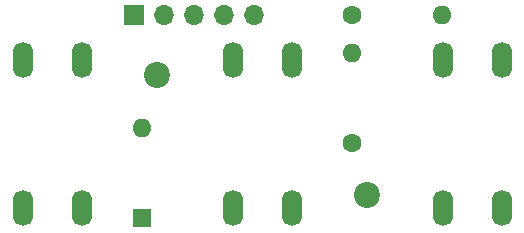
<source format=gbr>
G04 #@! TF.GenerationSoftware,KiCad,Pcbnew,(5.0.1)-4*
G04 #@! TF.CreationDate,2019-03-25T10:39:43-07:00*
G04 #@! TF.ProjectId,SysButtons,537973427574746F6E732E6B69636164,rev?*
G04 #@! TF.SameCoordinates,Original*
G04 #@! TF.FileFunction,Soldermask,Top*
G04 #@! TF.FilePolarity,Negative*
%FSLAX46Y46*%
G04 Gerber Fmt 4.6, Leading zero omitted, Abs format (unit mm)*
G04 Created by KiCad (PCBNEW (5.0.1)-4) date 3/25/2019 10:39:43 AM*
%MOMM*%
%LPD*%
G01*
G04 APERTURE LIST*
%ADD10C,2.200000*%
%ADD11R,1.600000X1.600000*%
%ADD12O,1.600000X1.600000*%
%ADD13R,1.700000X1.700000*%
%ADD14O,1.700000X1.700000*%
%ADD15C,1.600000*%
%ADD16O,1.727200X3.048000*%
G04 APERTURE END LIST*
D10*
G04 #@! TO.C,REF\002A\002A*
X154305000Y-62865000D03*
G04 #@! TD*
D11*
G04 #@! TO.C,D1*
X135255000Y-64770000D03*
D12*
X135255000Y-57150000D03*
G04 #@! TD*
D13*
G04 #@! TO.C,J1*
X134620000Y-47625000D03*
D14*
X137160000Y-47625000D03*
X139700000Y-47625000D03*
X142240000Y-47625000D03*
X144780000Y-47625000D03*
G04 #@! TD*
D12*
G04 #@! TO.C,R2*
X153035000Y-50800000D03*
D15*
X153035000Y-58420000D03*
G04 #@! TD*
G04 #@! TO.C,R3*
X153035000Y-47625000D03*
D12*
X160655000Y-47625000D03*
G04 #@! TD*
D16*
G04 #@! TO.C,SW1*
X130175000Y-63935000D03*
X125175000Y-63935000D03*
X130175000Y-51435000D03*
X125175000Y-51435000D03*
G04 #@! TD*
G04 #@! TO.C,SW2*
X142955000Y-51435000D03*
X147955000Y-51435000D03*
X142955000Y-63935000D03*
X147955000Y-63935000D03*
G04 #@! TD*
G04 #@! TO.C,SW3*
X165735000Y-63935000D03*
X160735000Y-63935000D03*
X165735000Y-51435000D03*
X160735000Y-51435000D03*
G04 #@! TD*
D10*
G04 #@! TO.C,REF\002A\002A*
X136525000Y-52705000D03*
G04 #@! TD*
M02*

</source>
